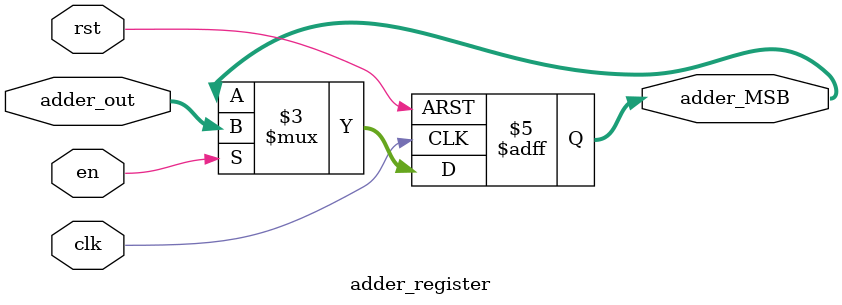
<source format=v>
module adder_register #(parameter WIDTH=18)(
	input wire clk, rst, en,
	input wire [WIDTH-1:0] adder_out,
	output reg [WIDTH-1:0] adder_MSB
	);
always @(posedge clk or negedge rst) begin
	if (!rst) begin
		adder_MSB<='b0;
	end
	else if (en) begin
		adder_MSB<=adder_out;
	end
end
endmodule
</source>
